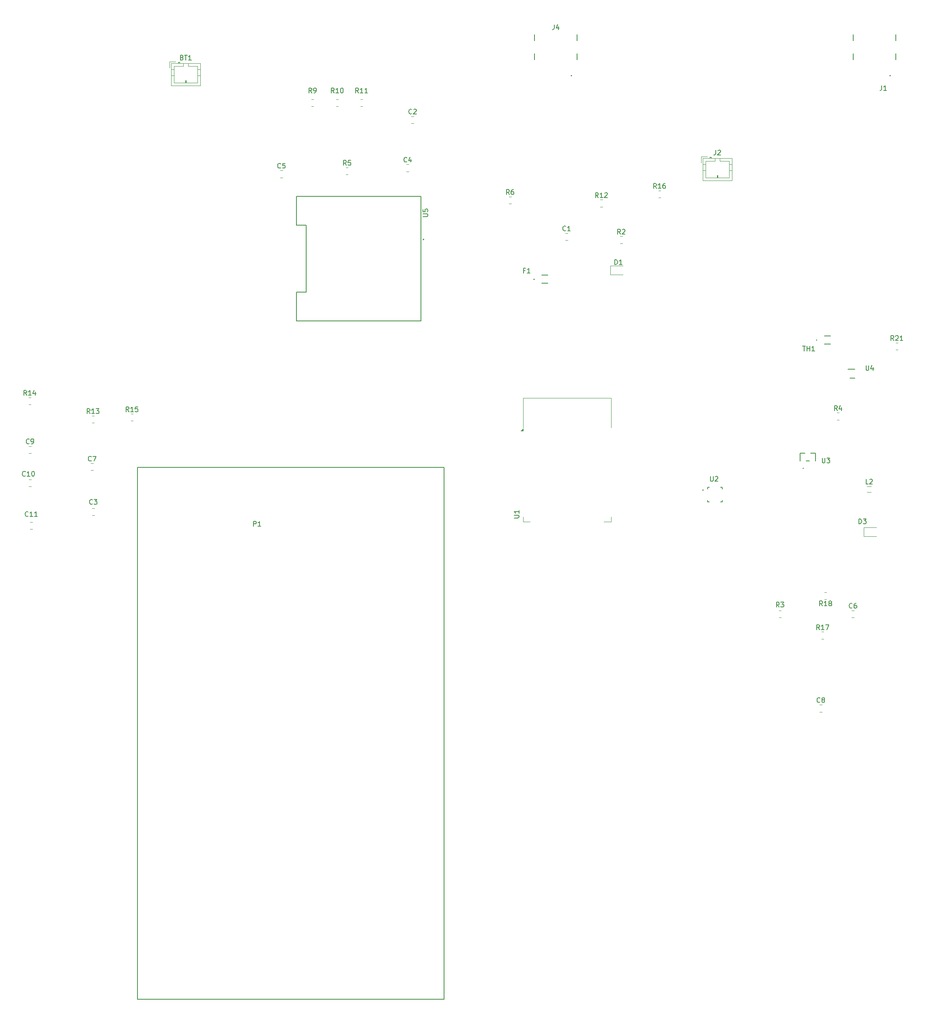
<source format=gbr>
%TF.GenerationSoftware,KiCad,Pcbnew,9.0.4*%
%TF.CreationDate,2025-11-06T21:19:11-08:00*%
%TF.ProjectId,SolarChargingStation,536f6c61-7243-4686-9172-67696e675374,rev?*%
%TF.SameCoordinates,Original*%
%TF.FileFunction,Legend,Top*%
%TF.FilePolarity,Positive*%
%FSLAX46Y46*%
G04 Gerber Fmt 4.6, Leading zero omitted, Abs format (unit mm)*
G04 Created by KiCad (PCBNEW 9.0.4) date 2025-11-06 21:19:11*
%MOMM*%
%LPD*%
G01*
G04 APERTURE LIST*
%ADD10C,0.150000*%
%ADD11C,0.152400*%
%ADD12C,0.127000*%
%ADD13C,0.200000*%
%ADD14C,0.120000*%
%ADD15C,0.160000*%
G04 APERTURE END LIST*
D10*
X174460819Y-50164904D02*
X175270342Y-50164904D01*
X175270342Y-50164904D02*
X175365580Y-50117285D01*
X175365580Y-50117285D02*
X175413200Y-50069666D01*
X175413200Y-50069666D02*
X175460819Y-49974428D01*
X175460819Y-49974428D02*
X175460819Y-49783952D01*
X175460819Y-49783952D02*
X175413200Y-49688714D01*
X175413200Y-49688714D02*
X175365580Y-49641095D01*
X175365580Y-49641095D02*
X175270342Y-49593476D01*
X175270342Y-49593476D02*
X174460819Y-49593476D01*
X174460819Y-48641095D02*
X174460819Y-49117285D01*
X174460819Y-49117285D02*
X174937009Y-49164904D01*
X174937009Y-49164904D02*
X174889390Y-49117285D01*
X174889390Y-49117285D02*
X174841771Y-49022047D01*
X174841771Y-49022047D02*
X174841771Y-48783952D01*
X174841771Y-48783952D02*
X174889390Y-48688714D01*
X174889390Y-48688714D02*
X174937009Y-48641095D01*
X174937009Y-48641095D02*
X175032247Y-48593476D01*
X175032247Y-48593476D02*
X175270342Y-48593476D01*
X175270342Y-48593476D02*
X175365580Y-48641095D01*
X175365580Y-48641095D02*
X175413200Y-48688714D01*
X175413200Y-48688714D02*
X175460819Y-48783952D01*
X175460819Y-48783952D02*
X175460819Y-49022047D01*
X175460819Y-49022047D02*
X175413200Y-49117285D01*
X175413200Y-49117285D02*
X175365580Y-49164904D01*
X92024642Y-112627580D02*
X91977023Y-112675200D01*
X91977023Y-112675200D02*
X91834166Y-112722819D01*
X91834166Y-112722819D02*
X91738928Y-112722819D01*
X91738928Y-112722819D02*
X91596071Y-112675200D01*
X91596071Y-112675200D02*
X91500833Y-112579961D01*
X91500833Y-112579961D02*
X91453214Y-112484723D01*
X91453214Y-112484723D02*
X91405595Y-112294247D01*
X91405595Y-112294247D02*
X91405595Y-112151390D01*
X91405595Y-112151390D02*
X91453214Y-111960914D01*
X91453214Y-111960914D02*
X91500833Y-111865676D01*
X91500833Y-111865676D02*
X91596071Y-111770438D01*
X91596071Y-111770438D02*
X91738928Y-111722819D01*
X91738928Y-111722819D02*
X91834166Y-111722819D01*
X91834166Y-111722819D02*
X91977023Y-111770438D01*
X91977023Y-111770438D02*
X92024642Y-111818057D01*
X92977023Y-112722819D02*
X92405595Y-112722819D01*
X92691309Y-112722819D02*
X92691309Y-111722819D01*
X92691309Y-111722819D02*
X92596071Y-111865676D01*
X92596071Y-111865676D02*
X92500833Y-111960914D01*
X92500833Y-111960914D02*
X92405595Y-112008533D01*
X93929404Y-112722819D02*
X93357976Y-112722819D01*
X93643690Y-112722819D02*
X93643690Y-111722819D01*
X93643690Y-111722819D02*
X93548452Y-111865676D01*
X93548452Y-111865676D02*
X93453214Y-111960914D01*
X93453214Y-111960914D02*
X93357976Y-112008533D01*
X158432833Y-39444819D02*
X158099500Y-38968628D01*
X157861405Y-39444819D02*
X157861405Y-38444819D01*
X157861405Y-38444819D02*
X158242357Y-38444819D01*
X158242357Y-38444819D02*
X158337595Y-38492438D01*
X158337595Y-38492438D02*
X158385214Y-38540057D01*
X158385214Y-38540057D02*
X158432833Y-38635295D01*
X158432833Y-38635295D02*
X158432833Y-38778152D01*
X158432833Y-38778152D02*
X158385214Y-38873390D01*
X158385214Y-38873390D02*
X158337595Y-38921009D01*
X158337595Y-38921009D02*
X158242357Y-38968628D01*
X158242357Y-38968628D02*
X157861405Y-38968628D01*
X159337595Y-38444819D02*
X158861405Y-38444819D01*
X158861405Y-38444819D02*
X158813786Y-38921009D01*
X158813786Y-38921009D02*
X158861405Y-38873390D01*
X158861405Y-38873390D02*
X158956643Y-38825771D01*
X158956643Y-38825771D02*
X159194738Y-38825771D01*
X159194738Y-38825771D02*
X159289976Y-38873390D01*
X159289976Y-38873390D02*
X159337595Y-38921009D01*
X159337595Y-38921009D02*
X159385214Y-39016247D01*
X159385214Y-39016247D02*
X159385214Y-39254342D01*
X159385214Y-39254342D02*
X159337595Y-39349580D01*
X159337595Y-39349580D02*
X159289976Y-39397200D01*
X159289976Y-39397200D02*
X159194738Y-39444819D01*
X159194738Y-39444819D02*
X158956643Y-39444819D01*
X158956643Y-39444819D02*
X158861405Y-39397200D01*
X158861405Y-39397200D02*
X158813786Y-39349580D01*
X264050333Y-131775580D02*
X264002714Y-131823200D01*
X264002714Y-131823200D02*
X263859857Y-131870819D01*
X263859857Y-131870819D02*
X263764619Y-131870819D01*
X263764619Y-131870819D02*
X263621762Y-131823200D01*
X263621762Y-131823200D02*
X263526524Y-131727961D01*
X263526524Y-131727961D02*
X263478905Y-131632723D01*
X263478905Y-131632723D02*
X263431286Y-131442247D01*
X263431286Y-131442247D02*
X263431286Y-131299390D01*
X263431286Y-131299390D02*
X263478905Y-131108914D01*
X263478905Y-131108914D02*
X263526524Y-131013676D01*
X263526524Y-131013676D02*
X263621762Y-130918438D01*
X263621762Y-130918438D02*
X263764619Y-130870819D01*
X263764619Y-130870819D02*
X263859857Y-130870819D01*
X263859857Y-130870819D02*
X264002714Y-130918438D01*
X264002714Y-130918438D02*
X264050333Y-130966057D01*
X264907476Y-130870819D02*
X264717000Y-130870819D01*
X264717000Y-130870819D02*
X264621762Y-130918438D01*
X264621762Y-130918438D02*
X264574143Y-130966057D01*
X264574143Y-130966057D02*
X264478905Y-131108914D01*
X264478905Y-131108914D02*
X264431286Y-131299390D01*
X264431286Y-131299390D02*
X264431286Y-131680342D01*
X264431286Y-131680342D02*
X264478905Y-131775580D01*
X264478905Y-131775580D02*
X264526524Y-131823200D01*
X264526524Y-131823200D02*
X264621762Y-131870819D01*
X264621762Y-131870819D02*
X264812238Y-131870819D01*
X264812238Y-131870819D02*
X264907476Y-131823200D01*
X264907476Y-131823200D02*
X264955095Y-131775580D01*
X264955095Y-131775580D02*
X265002714Y-131680342D01*
X265002714Y-131680342D02*
X265002714Y-131442247D01*
X265002714Y-131442247D02*
X264955095Y-131347009D01*
X264955095Y-131347009D02*
X264907476Y-131299390D01*
X264907476Y-131299390D02*
X264812238Y-131251771D01*
X264812238Y-131251771D02*
X264621762Y-131251771D01*
X264621762Y-131251771D02*
X264526524Y-131299390D01*
X264526524Y-131299390D02*
X264478905Y-131347009D01*
X264478905Y-131347009D02*
X264431286Y-131442247D01*
X91437142Y-104226830D02*
X91389523Y-104274450D01*
X91389523Y-104274450D02*
X91246666Y-104322069D01*
X91246666Y-104322069D02*
X91151428Y-104322069D01*
X91151428Y-104322069D02*
X91008571Y-104274450D01*
X91008571Y-104274450D02*
X90913333Y-104179211D01*
X90913333Y-104179211D02*
X90865714Y-104083973D01*
X90865714Y-104083973D02*
X90818095Y-103893497D01*
X90818095Y-103893497D02*
X90818095Y-103750640D01*
X90818095Y-103750640D02*
X90865714Y-103560164D01*
X90865714Y-103560164D02*
X90913333Y-103464926D01*
X90913333Y-103464926D02*
X91008571Y-103369688D01*
X91008571Y-103369688D02*
X91151428Y-103322069D01*
X91151428Y-103322069D02*
X91246666Y-103322069D01*
X91246666Y-103322069D02*
X91389523Y-103369688D01*
X91389523Y-103369688D02*
X91437142Y-103417307D01*
X92389523Y-104322069D02*
X91818095Y-104322069D01*
X92103809Y-104322069D02*
X92103809Y-103322069D01*
X92103809Y-103322069D02*
X92008571Y-103464926D01*
X92008571Y-103464926D02*
X91913333Y-103560164D01*
X91913333Y-103560164D02*
X91818095Y-103607783D01*
X93008571Y-103322069D02*
X93103809Y-103322069D01*
X93103809Y-103322069D02*
X93199047Y-103369688D01*
X93199047Y-103369688D02*
X93246666Y-103417307D01*
X93246666Y-103417307D02*
X93294285Y-103512545D01*
X93294285Y-103512545D02*
X93341904Y-103703021D01*
X93341904Y-103703021D02*
X93341904Y-103941116D01*
X93341904Y-103941116D02*
X93294285Y-104131592D01*
X93294285Y-104131592D02*
X93246666Y-104226830D01*
X93246666Y-104226830D02*
X93199047Y-104274450D01*
X93199047Y-104274450D02*
X93103809Y-104322069D01*
X93103809Y-104322069D02*
X93008571Y-104322069D01*
X93008571Y-104322069D02*
X92913333Y-104274450D01*
X92913333Y-104274450D02*
X92865714Y-104226830D01*
X92865714Y-104226830D02*
X92818095Y-104131592D01*
X92818095Y-104131592D02*
X92770476Y-103941116D01*
X92770476Y-103941116D02*
X92770476Y-103703021D01*
X92770476Y-103703021D02*
X92818095Y-103512545D01*
X92818095Y-103512545D02*
X92865714Y-103417307D01*
X92865714Y-103417307D02*
X92913333Y-103369688D01*
X92913333Y-103369688D02*
X93008571Y-103322069D01*
X265453905Y-114246819D02*
X265453905Y-113246819D01*
X265453905Y-113246819D02*
X265692000Y-113246819D01*
X265692000Y-113246819D02*
X265834857Y-113294438D01*
X265834857Y-113294438D02*
X265930095Y-113389676D01*
X265930095Y-113389676D02*
X265977714Y-113484914D01*
X265977714Y-113484914D02*
X266025333Y-113675390D01*
X266025333Y-113675390D02*
X266025333Y-113818247D01*
X266025333Y-113818247D02*
X265977714Y-114008723D01*
X265977714Y-114008723D02*
X265930095Y-114103961D01*
X265930095Y-114103961D02*
X265834857Y-114199200D01*
X265834857Y-114199200D02*
X265692000Y-114246819D01*
X265692000Y-114246819D02*
X265453905Y-114246819D01*
X266358667Y-113246819D02*
X266977714Y-113246819D01*
X266977714Y-113246819D02*
X266644381Y-113627771D01*
X266644381Y-113627771D02*
X266787238Y-113627771D01*
X266787238Y-113627771D02*
X266882476Y-113675390D01*
X266882476Y-113675390D02*
X266930095Y-113723009D01*
X266930095Y-113723009D02*
X266977714Y-113818247D01*
X266977714Y-113818247D02*
X266977714Y-114056342D01*
X266977714Y-114056342D02*
X266930095Y-114151580D01*
X266930095Y-114151580D02*
X266882476Y-114199200D01*
X266882476Y-114199200D02*
X266787238Y-114246819D01*
X266787238Y-114246819D02*
X266501524Y-114246819D01*
X266501524Y-114246819D02*
X266406286Y-114199200D01*
X266406286Y-114199200D02*
X266358667Y-114151580D01*
X124128285Y-16970009D02*
X124271142Y-17017628D01*
X124271142Y-17017628D02*
X124318761Y-17065247D01*
X124318761Y-17065247D02*
X124366380Y-17160485D01*
X124366380Y-17160485D02*
X124366380Y-17303342D01*
X124366380Y-17303342D02*
X124318761Y-17398580D01*
X124318761Y-17398580D02*
X124271142Y-17446200D01*
X124271142Y-17446200D02*
X124175904Y-17493819D01*
X124175904Y-17493819D02*
X123794952Y-17493819D01*
X123794952Y-17493819D02*
X123794952Y-16493819D01*
X123794952Y-16493819D02*
X124128285Y-16493819D01*
X124128285Y-16493819D02*
X124223523Y-16541438D01*
X124223523Y-16541438D02*
X124271142Y-16589057D01*
X124271142Y-16589057D02*
X124318761Y-16684295D01*
X124318761Y-16684295D02*
X124318761Y-16779533D01*
X124318761Y-16779533D02*
X124271142Y-16874771D01*
X124271142Y-16874771D02*
X124223523Y-16922390D01*
X124223523Y-16922390D02*
X124128285Y-16970009D01*
X124128285Y-16970009D02*
X123794952Y-16970009D01*
X124652095Y-16493819D02*
X125223523Y-16493819D01*
X124937809Y-17493819D02*
X124937809Y-16493819D01*
X126080666Y-17493819D02*
X125509238Y-17493819D01*
X125794952Y-17493819D02*
X125794952Y-16493819D01*
X125794952Y-16493819D02*
X125699714Y-16636676D01*
X125699714Y-16636676D02*
X125604476Y-16731914D01*
X125604476Y-16731914D02*
X125509238Y-16779533D01*
X270223666Y-22821819D02*
X270223666Y-23536104D01*
X270223666Y-23536104D02*
X270176047Y-23678961D01*
X270176047Y-23678961D02*
X270080809Y-23774200D01*
X270080809Y-23774200D02*
X269937952Y-23821819D01*
X269937952Y-23821819D02*
X269842714Y-23821819D01*
X271223666Y-23821819D02*
X270652238Y-23821819D01*
X270937952Y-23821819D02*
X270937952Y-22821819D01*
X270937952Y-22821819D02*
X270842714Y-22964676D01*
X270842714Y-22964676D02*
X270747476Y-23059914D01*
X270747476Y-23059914D02*
X270652238Y-23107533D01*
X235578666Y-36305819D02*
X235578666Y-37020104D01*
X235578666Y-37020104D02*
X235531047Y-37162961D01*
X235531047Y-37162961D02*
X235435809Y-37258200D01*
X235435809Y-37258200D02*
X235292952Y-37305819D01*
X235292952Y-37305819D02*
X235197714Y-37305819D01*
X236007238Y-36401057D02*
X236054857Y-36353438D01*
X236054857Y-36353438D02*
X236150095Y-36305819D01*
X236150095Y-36305819D02*
X236388190Y-36305819D01*
X236388190Y-36305819D02*
X236483428Y-36353438D01*
X236483428Y-36353438D02*
X236531047Y-36401057D01*
X236531047Y-36401057D02*
X236578666Y-36496295D01*
X236578666Y-36496295D02*
X236578666Y-36591533D01*
X236578666Y-36591533D02*
X236531047Y-36734390D01*
X236531047Y-36734390D02*
X235959619Y-37305819D01*
X235959619Y-37305819D02*
X236578666Y-37305819D01*
X172111333Y-28651580D02*
X172063714Y-28699200D01*
X172063714Y-28699200D02*
X171920857Y-28746819D01*
X171920857Y-28746819D02*
X171825619Y-28746819D01*
X171825619Y-28746819D02*
X171682762Y-28699200D01*
X171682762Y-28699200D02*
X171587524Y-28603961D01*
X171587524Y-28603961D02*
X171539905Y-28508723D01*
X171539905Y-28508723D02*
X171492286Y-28318247D01*
X171492286Y-28318247D02*
X171492286Y-28175390D01*
X171492286Y-28175390D02*
X171539905Y-27984914D01*
X171539905Y-27984914D02*
X171587524Y-27889676D01*
X171587524Y-27889676D02*
X171682762Y-27794438D01*
X171682762Y-27794438D02*
X171825619Y-27746819D01*
X171825619Y-27746819D02*
X171920857Y-27746819D01*
X171920857Y-27746819D02*
X172063714Y-27794438D01*
X172063714Y-27794438D02*
X172111333Y-27842057D01*
X172492286Y-27842057D02*
X172539905Y-27794438D01*
X172539905Y-27794438D02*
X172635143Y-27746819D01*
X172635143Y-27746819D02*
X172873238Y-27746819D01*
X172873238Y-27746819D02*
X172968476Y-27794438D01*
X172968476Y-27794438D02*
X173016095Y-27842057D01*
X173016095Y-27842057D02*
X173063714Y-27937295D01*
X173063714Y-27937295D02*
X173063714Y-28032533D01*
X173063714Y-28032533D02*
X173016095Y-28175390D01*
X173016095Y-28175390D02*
X172444667Y-28746819D01*
X172444667Y-28746819D02*
X173063714Y-28746819D01*
X171095333Y-38684580D02*
X171047714Y-38732200D01*
X171047714Y-38732200D02*
X170904857Y-38779819D01*
X170904857Y-38779819D02*
X170809619Y-38779819D01*
X170809619Y-38779819D02*
X170666762Y-38732200D01*
X170666762Y-38732200D02*
X170571524Y-38636961D01*
X170571524Y-38636961D02*
X170523905Y-38541723D01*
X170523905Y-38541723D02*
X170476286Y-38351247D01*
X170476286Y-38351247D02*
X170476286Y-38208390D01*
X170476286Y-38208390D02*
X170523905Y-38017914D01*
X170523905Y-38017914D02*
X170571524Y-37922676D01*
X170571524Y-37922676D02*
X170666762Y-37827438D01*
X170666762Y-37827438D02*
X170809619Y-37779819D01*
X170809619Y-37779819D02*
X170904857Y-37779819D01*
X170904857Y-37779819D02*
X171047714Y-37827438D01*
X171047714Y-37827438D02*
X171095333Y-37875057D01*
X171952476Y-38113152D02*
X171952476Y-38779819D01*
X171714381Y-37732200D02*
X171476286Y-38446485D01*
X171476286Y-38446485D02*
X172095333Y-38446485D01*
X257224142Y-136345819D02*
X256890809Y-135869628D01*
X256652714Y-136345819D02*
X256652714Y-135345819D01*
X256652714Y-135345819D02*
X257033666Y-135345819D01*
X257033666Y-135345819D02*
X257128904Y-135393438D01*
X257128904Y-135393438D02*
X257176523Y-135441057D01*
X257176523Y-135441057D02*
X257224142Y-135536295D01*
X257224142Y-135536295D02*
X257224142Y-135679152D01*
X257224142Y-135679152D02*
X257176523Y-135774390D01*
X257176523Y-135774390D02*
X257128904Y-135822009D01*
X257128904Y-135822009D02*
X257033666Y-135869628D01*
X257033666Y-135869628D02*
X256652714Y-135869628D01*
X258176523Y-136345819D02*
X257605095Y-136345819D01*
X257890809Y-136345819D02*
X257890809Y-135345819D01*
X257890809Y-135345819D02*
X257795571Y-135488676D01*
X257795571Y-135488676D02*
X257700333Y-135583914D01*
X257700333Y-135583914D02*
X257605095Y-135631533D01*
X258509857Y-135345819D02*
X259176523Y-135345819D01*
X259176523Y-135345819D02*
X258747952Y-136345819D01*
X260942831Y-90625819D02*
X260609498Y-90149628D01*
X260371403Y-90625819D02*
X260371403Y-89625819D01*
X260371403Y-89625819D02*
X260752355Y-89625819D01*
X260752355Y-89625819D02*
X260847593Y-89673438D01*
X260847593Y-89673438D02*
X260895212Y-89721057D01*
X260895212Y-89721057D02*
X260942831Y-89816295D01*
X260942831Y-89816295D02*
X260942831Y-89959152D01*
X260942831Y-89959152D02*
X260895212Y-90054390D01*
X260895212Y-90054390D02*
X260847593Y-90102009D01*
X260847593Y-90102009D02*
X260752355Y-90149628D01*
X260752355Y-90149628D02*
X260371403Y-90149628D01*
X261799974Y-89959152D02*
X261799974Y-90625819D01*
X261561879Y-89578200D02*
X261323784Y-90292485D01*
X261323784Y-90292485D02*
X261942831Y-90292485D01*
X257342833Y-151460580D02*
X257295214Y-151508200D01*
X257295214Y-151508200D02*
X257152357Y-151555819D01*
X257152357Y-151555819D02*
X257057119Y-151555819D01*
X257057119Y-151555819D02*
X256914262Y-151508200D01*
X256914262Y-151508200D02*
X256819024Y-151412961D01*
X256819024Y-151412961D02*
X256771405Y-151317723D01*
X256771405Y-151317723D02*
X256723786Y-151127247D01*
X256723786Y-151127247D02*
X256723786Y-150984390D01*
X256723786Y-150984390D02*
X256771405Y-150793914D01*
X256771405Y-150793914D02*
X256819024Y-150698676D01*
X256819024Y-150698676D02*
X256914262Y-150603438D01*
X256914262Y-150603438D02*
X257057119Y-150555819D01*
X257057119Y-150555819D02*
X257152357Y-150555819D01*
X257152357Y-150555819D02*
X257295214Y-150603438D01*
X257295214Y-150603438D02*
X257342833Y-150651057D01*
X257914262Y-150984390D02*
X257819024Y-150936771D01*
X257819024Y-150936771D02*
X257771405Y-150889152D01*
X257771405Y-150889152D02*
X257723786Y-150793914D01*
X257723786Y-150793914D02*
X257723786Y-150746295D01*
X257723786Y-150746295D02*
X257771405Y-150651057D01*
X257771405Y-150651057D02*
X257819024Y-150603438D01*
X257819024Y-150603438D02*
X257914262Y-150555819D01*
X257914262Y-150555819D02*
X258104738Y-150555819D01*
X258104738Y-150555819D02*
X258199976Y-150603438D01*
X258199976Y-150603438D02*
X258247595Y-150651057D01*
X258247595Y-150651057D02*
X258295214Y-150746295D01*
X258295214Y-150746295D02*
X258295214Y-150793914D01*
X258295214Y-150793914D02*
X258247595Y-150889152D01*
X258247595Y-150889152D02*
X258199976Y-150936771D01*
X258199976Y-150936771D02*
X258104738Y-150984390D01*
X258104738Y-150984390D02*
X257914262Y-150984390D01*
X257914262Y-150984390D02*
X257819024Y-151032009D01*
X257819024Y-151032009D02*
X257771405Y-151079628D01*
X257771405Y-151079628D02*
X257723786Y-151174866D01*
X257723786Y-151174866D02*
X257723786Y-151365342D01*
X257723786Y-151365342D02*
X257771405Y-151460580D01*
X257771405Y-151460580D02*
X257819024Y-151508200D01*
X257819024Y-151508200D02*
X257914262Y-151555819D01*
X257914262Y-151555819D02*
X258104738Y-151555819D01*
X258104738Y-151555819D02*
X258199976Y-151508200D01*
X258199976Y-151508200D02*
X258247595Y-151460580D01*
X258247595Y-151460580D02*
X258295214Y-151365342D01*
X258295214Y-151365342D02*
X258295214Y-151174866D01*
X258295214Y-151174866D02*
X258247595Y-151079628D01*
X258247595Y-151079628D02*
X258199976Y-151032009D01*
X258199976Y-151032009D02*
X258104738Y-150984390D01*
D11*
X139073905Y-114754694D02*
X139073905Y-113754694D01*
X139073905Y-113754694D02*
X139454857Y-113754694D01*
X139454857Y-113754694D02*
X139550095Y-113802313D01*
X139550095Y-113802313D02*
X139597714Y-113849932D01*
X139597714Y-113849932D02*
X139645333Y-113945170D01*
X139645333Y-113945170D02*
X139645333Y-114088027D01*
X139645333Y-114088027D02*
X139597714Y-114183265D01*
X139597714Y-114183265D02*
X139550095Y-114230884D01*
X139550095Y-114230884D02*
X139454857Y-114278503D01*
X139454857Y-114278503D02*
X139073905Y-114278503D01*
X140597714Y-114754694D02*
X140026286Y-114754694D01*
X140312000Y-114754694D02*
X140312000Y-113754694D01*
X140312000Y-113754694D02*
X140216762Y-113897551D01*
X140216762Y-113897551D02*
X140121524Y-113992789D01*
X140121524Y-113992789D02*
X140026286Y-114040408D01*
D10*
X215695333Y-53795819D02*
X215362000Y-53319628D01*
X215123905Y-53795819D02*
X215123905Y-52795819D01*
X215123905Y-52795819D02*
X215504857Y-52795819D01*
X215504857Y-52795819D02*
X215600095Y-52843438D01*
X215600095Y-52843438D02*
X215647714Y-52891057D01*
X215647714Y-52891057D02*
X215695333Y-52986295D01*
X215695333Y-52986295D02*
X215695333Y-53129152D01*
X215695333Y-53129152D02*
X215647714Y-53224390D01*
X215647714Y-53224390D02*
X215600095Y-53272009D01*
X215600095Y-53272009D02*
X215504857Y-53319628D01*
X215504857Y-53319628D02*
X215123905Y-53319628D01*
X216076286Y-52891057D02*
X216123905Y-52843438D01*
X216123905Y-52843438D02*
X216219143Y-52795819D01*
X216219143Y-52795819D02*
X216457238Y-52795819D01*
X216457238Y-52795819D02*
X216552476Y-52843438D01*
X216552476Y-52843438D02*
X216600095Y-52891057D01*
X216600095Y-52891057D02*
X216647714Y-52986295D01*
X216647714Y-52986295D02*
X216647714Y-53081533D01*
X216647714Y-53081533D02*
X216600095Y-53224390D01*
X216600095Y-53224390D02*
X216028667Y-53795819D01*
X216028667Y-53795819D02*
X216647714Y-53795819D01*
X195754666Y-61399009D02*
X195421333Y-61399009D01*
X195421333Y-61922819D02*
X195421333Y-60922819D01*
X195421333Y-60922819D02*
X195897523Y-60922819D01*
X196802285Y-61922819D02*
X196230857Y-61922819D01*
X196516571Y-61922819D02*
X196516571Y-60922819D01*
X196516571Y-60922819D02*
X196421333Y-61065676D01*
X196421333Y-61065676D02*
X196326095Y-61160914D01*
X196326095Y-61160914D02*
X196230857Y-61208533D01*
X201850666Y-10122819D02*
X201850666Y-10837104D01*
X201850666Y-10837104D02*
X201803047Y-10979961D01*
X201803047Y-10979961D02*
X201707809Y-11075200D01*
X201707809Y-11075200D02*
X201564952Y-11122819D01*
X201564952Y-11122819D02*
X201469714Y-11122819D01*
X202755428Y-10456152D02*
X202755428Y-11122819D01*
X202517333Y-10075200D02*
X202279238Y-10789485D01*
X202279238Y-10789485D02*
X202898285Y-10789485D01*
X192477833Y-45540819D02*
X192144500Y-45064628D01*
X191906405Y-45540819D02*
X191906405Y-44540819D01*
X191906405Y-44540819D02*
X192287357Y-44540819D01*
X192287357Y-44540819D02*
X192382595Y-44588438D01*
X192382595Y-44588438D02*
X192430214Y-44636057D01*
X192430214Y-44636057D02*
X192477833Y-44731295D01*
X192477833Y-44731295D02*
X192477833Y-44874152D01*
X192477833Y-44874152D02*
X192430214Y-44969390D01*
X192430214Y-44969390D02*
X192382595Y-45017009D01*
X192382595Y-45017009D02*
X192287357Y-45064628D01*
X192287357Y-45064628D02*
X191906405Y-45064628D01*
X193334976Y-44540819D02*
X193144500Y-44540819D01*
X193144500Y-44540819D02*
X193049262Y-44588438D01*
X193049262Y-44588438D02*
X193001643Y-44636057D01*
X193001643Y-44636057D02*
X192906405Y-44778914D01*
X192906405Y-44778914D02*
X192858786Y-44969390D01*
X192858786Y-44969390D02*
X192858786Y-45350342D01*
X192858786Y-45350342D02*
X192906405Y-45445580D01*
X192906405Y-45445580D02*
X192954024Y-45493200D01*
X192954024Y-45493200D02*
X193049262Y-45540819D01*
X193049262Y-45540819D02*
X193239738Y-45540819D01*
X193239738Y-45540819D02*
X193334976Y-45493200D01*
X193334976Y-45493200D02*
X193382595Y-45445580D01*
X193382595Y-45445580D02*
X193430214Y-45350342D01*
X193430214Y-45350342D02*
X193430214Y-45112247D01*
X193430214Y-45112247D02*
X193382595Y-45017009D01*
X193382595Y-45017009D02*
X193334976Y-44969390D01*
X193334976Y-44969390D02*
X193239738Y-44921771D01*
X193239738Y-44921771D02*
X193049262Y-44921771D01*
X193049262Y-44921771D02*
X192954024Y-44969390D01*
X192954024Y-44969390D02*
X192906405Y-45017009D01*
X192906405Y-45017009D02*
X192858786Y-45112247D01*
X113045642Y-90868069D02*
X112712309Y-90391878D01*
X112474214Y-90868069D02*
X112474214Y-89868069D01*
X112474214Y-89868069D02*
X112855166Y-89868069D01*
X112855166Y-89868069D02*
X112950404Y-89915688D01*
X112950404Y-89915688D02*
X112998023Y-89963307D01*
X112998023Y-89963307D02*
X113045642Y-90058545D01*
X113045642Y-90058545D02*
X113045642Y-90201402D01*
X113045642Y-90201402D02*
X112998023Y-90296640D01*
X112998023Y-90296640D02*
X112950404Y-90344259D01*
X112950404Y-90344259D02*
X112855166Y-90391878D01*
X112855166Y-90391878D02*
X112474214Y-90391878D01*
X113998023Y-90868069D02*
X113426595Y-90868069D01*
X113712309Y-90868069D02*
X113712309Y-89868069D01*
X113712309Y-89868069D02*
X113617071Y-90010926D01*
X113617071Y-90010926D02*
X113521833Y-90106164D01*
X113521833Y-90106164D02*
X113426595Y-90153783D01*
X114902785Y-89868069D02*
X114426595Y-89868069D01*
X114426595Y-89868069D02*
X114378976Y-90344259D01*
X114378976Y-90344259D02*
X114426595Y-90296640D01*
X114426595Y-90296640D02*
X114521833Y-90249021D01*
X114521833Y-90249021D02*
X114759928Y-90249021D01*
X114759928Y-90249021D02*
X114855166Y-90296640D01*
X114855166Y-90296640D02*
X114902785Y-90344259D01*
X114902785Y-90344259D02*
X114950404Y-90439497D01*
X114950404Y-90439497D02*
X114950404Y-90677592D01*
X114950404Y-90677592D02*
X114902785Y-90772830D01*
X114902785Y-90772830D02*
X114855166Y-90820450D01*
X114855166Y-90820450D02*
X114759928Y-90868069D01*
X114759928Y-90868069D02*
X114521833Y-90868069D01*
X114521833Y-90868069D02*
X114426595Y-90820450D01*
X114426595Y-90820450D02*
X114378976Y-90772830D01*
X214488905Y-60145819D02*
X214488905Y-59145819D01*
X214488905Y-59145819D02*
X214727000Y-59145819D01*
X214727000Y-59145819D02*
X214869857Y-59193438D01*
X214869857Y-59193438D02*
X214965095Y-59288676D01*
X214965095Y-59288676D02*
X215012714Y-59383914D01*
X215012714Y-59383914D02*
X215060333Y-59574390D01*
X215060333Y-59574390D02*
X215060333Y-59717247D01*
X215060333Y-59717247D02*
X215012714Y-59907723D01*
X215012714Y-59907723D02*
X214965095Y-60002961D01*
X214965095Y-60002961D02*
X214869857Y-60098200D01*
X214869857Y-60098200D02*
X214727000Y-60145819D01*
X214727000Y-60145819D02*
X214488905Y-60145819D01*
X216012714Y-60145819D02*
X215441286Y-60145819D01*
X215727000Y-60145819D02*
X215727000Y-59145819D01*
X215727000Y-59145819D02*
X215631762Y-59288676D01*
X215631762Y-59288676D02*
X215536524Y-59383914D01*
X215536524Y-59383914D02*
X215441286Y-59431533D01*
X151217333Y-24330819D02*
X150884000Y-23854628D01*
X150645905Y-24330819D02*
X150645905Y-23330819D01*
X150645905Y-23330819D02*
X151026857Y-23330819D01*
X151026857Y-23330819D02*
X151122095Y-23378438D01*
X151122095Y-23378438D02*
X151169714Y-23426057D01*
X151169714Y-23426057D02*
X151217333Y-23521295D01*
X151217333Y-23521295D02*
X151217333Y-23664152D01*
X151217333Y-23664152D02*
X151169714Y-23759390D01*
X151169714Y-23759390D02*
X151122095Y-23807009D01*
X151122095Y-23807009D02*
X151026857Y-23854628D01*
X151026857Y-23854628D02*
X150645905Y-23854628D01*
X151693524Y-24330819D02*
X151884000Y-24330819D01*
X151884000Y-24330819D02*
X151979238Y-24283200D01*
X151979238Y-24283200D02*
X152026857Y-24235580D01*
X152026857Y-24235580D02*
X152122095Y-24092723D01*
X152122095Y-24092723D02*
X152169714Y-23902247D01*
X152169714Y-23902247D02*
X152169714Y-23521295D01*
X152169714Y-23521295D02*
X152122095Y-23426057D01*
X152122095Y-23426057D02*
X152074476Y-23378438D01*
X152074476Y-23378438D02*
X151979238Y-23330819D01*
X151979238Y-23330819D02*
X151788762Y-23330819D01*
X151788762Y-23330819D02*
X151693524Y-23378438D01*
X151693524Y-23378438D02*
X151645905Y-23426057D01*
X151645905Y-23426057D02*
X151598286Y-23521295D01*
X151598286Y-23521295D02*
X151598286Y-23759390D01*
X151598286Y-23759390D02*
X151645905Y-23854628D01*
X151645905Y-23854628D02*
X151693524Y-23902247D01*
X151693524Y-23902247D02*
X151788762Y-23949866D01*
X151788762Y-23949866D02*
X151979238Y-23949866D01*
X151979238Y-23949866D02*
X152074476Y-23902247D01*
X152074476Y-23902247D02*
X152122095Y-23854628D01*
X152122095Y-23854628D02*
X152169714Y-23759390D01*
X234465095Y-104380819D02*
X234465095Y-105190342D01*
X234465095Y-105190342D02*
X234512714Y-105285580D01*
X234512714Y-105285580D02*
X234560333Y-105333200D01*
X234560333Y-105333200D02*
X234655571Y-105380819D01*
X234655571Y-105380819D02*
X234846047Y-105380819D01*
X234846047Y-105380819D02*
X234941285Y-105333200D01*
X234941285Y-105333200D02*
X234988904Y-105285580D01*
X234988904Y-105285580D02*
X235036523Y-105190342D01*
X235036523Y-105190342D02*
X235036523Y-104380819D01*
X235465095Y-104476057D02*
X235512714Y-104428438D01*
X235512714Y-104428438D02*
X235607952Y-104380819D01*
X235607952Y-104380819D02*
X235846047Y-104380819D01*
X235846047Y-104380819D02*
X235941285Y-104428438D01*
X235941285Y-104428438D02*
X235988904Y-104476057D01*
X235988904Y-104476057D02*
X236036523Y-104571295D01*
X236036523Y-104571295D02*
X236036523Y-104666533D01*
X236036523Y-104666533D02*
X235988904Y-104809390D01*
X235988904Y-104809390D02*
X235417476Y-105380819D01*
X235417476Y-105380819D02*
X236036523Y-105380819D01*
X248810333Y-131645819D02*
X248477000Y-131169628D01*
X248238905Y-131645819D02*
X248238905Y-130645819D01*
X248238905Y-130645819D02*
X248619857Y-130645819D01*
X248619857Y-130645819D02*
X248715095Y-130693438D01*
X248715095Y-130693438D02*
X248762714Y-130741057D01*
X248762714Y-130741057D02*
X248810333Y-130836295D01*
X248810333Y-130836295D02*
X248810333Y-130979152D01*
X248810333Y-130979152D02*
X248762714Y-131074390D01*
X248762714Y-131074390D02*
X248715095Y-131122009D01*
X248715095Y-131122009D02*
X248619857Y-131169628D01*
X248619857Y-131169628D02*
X248238905Y-131169628D01*
X249143667Y-130645819D02*
X249762714Y-130645819D01*
X249762714Y-130645819D02*
X249429381Y-131026771D01*
X249429381Y-131026771D02*
X249572238Y-131026771D01*
X249572238Y-131026771D02*
X249667476Y-131074390D01*
X249667476Y-131074390D02*
X249715095Y-131122009D01*
X249715095Y-131122009D02*
X249762714Y-131217247D01*
X249762714Y-131217247D02*
X249762714Y-131455342D01*
X249762714Y-131455342D02*
X249715095Y-131550580D01*
X249715095Y-131550580D02*
X249667476Y-131598200D01*
X249667476Y-131598200D02*
X249572238Y-131645819D01*
X249572238Y-131645819D02*
X249286524Y-131645819D01*
X249286524Y-131645819D02*
X249191286Y-131598200D01*
X249191286Y-131598200D02*
X249143667Y-131550580D01*
X91709642Y-87432069D02*
X91376309Y-86955878D01*
X91138214Y-87432069D02*
X91138214Y-86432069D01*
X91138214Y-86432069D02*
X91519166Y-86432069D01*
X91519166Y-86432069D02*
X91614404Y-86479688D01*
X91614404Y-86479688D02*
X91662023Y-86527307D01*
X91662023Y-86527307D02*
X91709642Y-86622545D01*
X91709642Y-86622545D02*
X91709642Y-86765402D01*
X91709642Y-86765402D02*
X91662023Y-86860640D01*
X91662023Y-86860640D02*
X91614404Y-86908259D01*
X91614404Y-86908259D02*
X91519166Y-86955878D01*
X91519166Y-86955878D02*
X91138214Y-86955878D01*
X92662023Y-87432069D02*
X92090595Y-87432069D01*
X92376309Y-87432069D02*
X92376309Y-86432069D01*
X92376309Y-86432069D02*
X92281071Y-86574926D01*
X92281071Y-86574926D02*
X92185833Y-86670164D01*
X92185833Y-86670164D02*
X92090595Y-86717783D01*
X93519166Y-86765402D02*
X93519166Y-87432069D01*
X93281071Y-86384450D02*
X93042976Y-87098735D01*
X93042976Y-87098735D02*
X93662023Y-87098735D01*
X160981642Y-24330819D02*
X160648309Y-23854628D01*
X160410214Y-24330819D02*
X160410214Y-23330819D01*
X160410214Y-23330819D02*
X160791166Y-23330819D01*
X160791166Y-23330819D02*
X160886404Y-23378438D01*
X160886404Y-23378438D02*
X160934023Y-23426057D01*
X160934023Y-23426057D02*
X160981642Y-23521295D01*
X160981642Y-23521295D02*
X160981642Y-23664152D01*
X160981642Y-23664152D02*
X160934023Y-23759390D01*
X160934023Y-23759390D02*
X160886404Y-23807009D01*
X160886404Y-23807009D02*
X160791166Y-23854628D01*
X160791166Y-23854628D02*
X160410214Y-23854628D01*
X161934023Y-24330819D02*
X161362595Y-24330819D01*
X161648309Y-24330819D02*
X161648309Y-23330819D01*
X161648309Y-23330819D02*
X161553071Y-23473676D01*
X161553071Y-23473676D02*
X161457833Y-23568914D01*
X161457833Y-23568914D02*
X161362595Y-23616533D01*
X162886404Y-24330819D02*
X162314976Y-24330819D01*
X162600690Y-24330819D02*
X162600690Y-23330819D01*
X162600690Y-23330819D02*
X162505452Y-23473676D01*
X162505452Y-23473676D02*
X162410214Y-23568914D01*
X162410214Y-23568914D02*
X162314976Y-23616533D01*
X267432833Y-105965819D02*
X266956643Y-105965819D01*
X266956643Y-105965819D02*
X266956643Y-104965819D01*
X267718548Y-105061057D02*
X267766167Y-105013438D01*
X267766167Y-105013438D02*
X267861405Y-104965819D01*
X267861405Y-104965819D02*
X268099500Y-104965819D01*
X268099500Y-104965819D02*
X268194738Y-105013438D01*
X268194738Y-105013438D02*
X268242357Y-105061057D01*
X268242357Y-105061057D02*
X268289976Y-105156295D01*
X268289976Y-105156295D02*
X268289976Y-105251533D01*
X268289976Y-105251533D02*
X268242357Y-105394390D01*
X268242357Y-105394390D02*
X267670929Y-105965819D01*
X267670929Y-105965819D02*
X268289976Y-105965819D01*
X105209083Y-101073330D02*
X105161464Y-101120950D01*
X105161464Y-101120950D02*
X105018607Y-101168569D01*
X105018607Y-101168569D02*
X104923369Y-101168569D01*
X104923369Y-101168569D02*
X104780512Y-101120950D01*
X104780512Y-101120950D02*
X104685274Y-101025711D01*
X104685274Y-101025711D02*
X104637655Y-100930473D01*
X104637655Y-100930473D02*
X104590036Y-100739997D01*
X104590036Y-100739997D02*
X104590036Y-100597140D01*
X104590036Y-100597140D02*
X104637655Y-100406664D01*
X104637655Y-100406664D02*
X104685274Y-100311426D01*
X104685274Y-100311426D02*
X104780512Y-100216188D01*
X104780512Y-100216188D02*
X104923369Y-100168569D01*
X104923369Y-100168569D02*
X105018607Y-100168569D01*
X105018607Y-100168569D02*
X105161464Y-100216188D01*
X105161464Y-100216188D02*
X105209083Y-100263807D01*
X105542417Y-100168569D02*
X106209083Y-100168569D01*
X106209083Y-100168569D02*
X105780512Y-101168569D01*
X266954095Y-81242819D02*
X266954095Y-82052342D01*
X266954095Y-82052342D02*
X267001714Y-82147580D01*
X267001714Y-82147580D02*
X267049333Y-82195200D01*
X267049333Y-82195200D02*
X267144571Y-82242819D01*
X267144571Y-82242819D02*
X267335047Y-82242819D01*
X267335047Y-82242819D02*
X267430285Y-82195200D01*
X267430285Y-82195200D02*
X267477904Y-82147580D01*
X267477904Y-82147580D02*
X267525523Y-82052342D01*
X267525523Y-82052342D02*
X267525523Y-81242819D01*
X268430285Y-81576152D02*
X268430285Y-82242819D01*
X268192190Y-81195200D02*
X267954095Y-81909485D01*
X267954095Y-81909485D02*
X268573142Y-81909485D01*
X253730286Y-77178819D02*
X254301714Y-77178819D01*
X254016000Y-78178819D02*
X254016000Y-77178819D01*
X254635048Y-78178819D02*
X254635048Y-77178819D01*
X254635048Y-77655009D02*
X255206476Y-77655009D01*
X255206476Y-78178819D02*
X255206476Y-77178819D01*
X256206476Y-78178819D02*
X255635048Y-78178819D01*
X255920762Y-78178819D02*
X255920762Y-77178819D01*
X255920762Y-77178819D02*
X255825524Y-77321676D01*
X255825524Y-77321676D02*
X255730286Y-77416914D01*
X255730286Y-77416914D02*
X255635048Y-77464533D01*
X223196642Y-44270819D02*
X222863309Y-43794628D01*
X222625214Y-44270819D02*
X222625214Y-43270819D01*
X222625214Y-43270819D02*
X223006166Y-43270819D01*
X223006166Y-43270819D02*
X223101404Y-43318438D01*
X223101404Y-43318438D02*
X223149023Y-43366057D01*
X223149023Y-43366057D02*
X223196642Y-43461295D01*
X223196642Y-43461295D02*
X223196642Y-43604152D01*
X223196642Y-43604152D02*
X223149023Y-43699390D01*
X223149023Y-43699390D02*
X223101404Y-43747009D01*
X223101404Y-43747009D02*
X223006166Y-43794628D01*
X223006166Y-43794628D02*
X222625214Y-43794628D01*
X224149023Y-44270819D02*
X223577595Y-44270819D01*
X223863309Y-44270819D02*
X223863309Y-43270819D01*
X223863309Y-43270819D02*
X223768071Y-43413676D01*
X223768071Y-43413676D02*
X223672833Y-43508914D01*
X223672833Y-43508914D02*
X223577595Y-43556533D01*
X225006166Y-43270819D02*
X224815690Y-43270819D01*
X224815690Y-43270819D02*
X224720452Y-43318438D01*
X224720452Y-43318438D02*
X224672833Y-43366057D01*
X224672833Y-43366057D02*
X224577595Y-43508914D01*
X224577595Y-43508914D02*
X224529976Y-43699390D01*
X224529976Y-43699390D02*
X224529976Y-44080342D01*
X224529976Y-44080342D02*
X224577595Y-44175580D01*
X224577595Y-44175580D02*
X224625214Y-44223200D01*
X224625214Y-44223200D02*
X224720452Y-44270819D01*
X224720452Y-44270819D02*
X224910928Y-44270819D01*
X224910928Y-44270819D02*
X225006166Y-44223200D01*
X225006166Y-44223200D02*
X225053785Y-44175580D01*
X225053785Y-44175580D02*
X225101404Y-44080342D01*
X225101404Y-44080342D02*
X225101404Y-43842247D01*
X225101404Y-43842247D02*
X225053785Y-43747009D01*
X225053785Y-43747009D02*
X225006166Y-43699390D01*
X225006166Y-43699390D02*
X224910928Y-43651771D01*
X224910928Y-43651771D02*
X224720452Y-43651771D01*
X224720452Y-43651771D02*
X224625214Y-43699390D01*
X224625214Y-43699390D02*
X224577595Y-43747009D01*
X224577595Y-43747009D02*
X224529976Y-43842247D01*
X257859142Y-131390819D02*
X257525809Y-130914628D01*
X257287714Y-131390819D02*
X257287714Y-130390819D01*
X257287714Y-130390819D02*
X257668666Y-130390819D01*
X257668666Y-130390819D02*
X257763904Y-130438438D01*
X257763904Y-130438438D02*
X257811523Y-130486057D01*
X257811523Y-130486057D02*
X257859142Y-130581295D01*
X257859142Y-130581295D02*
X257859142Y-130724152D01*
X257859142Y-130724152D02*
X257811523Y-130819390D01*
X257811523Y-130819390D02*
X257763904Y-130867009D01*
X257763904Y-130867009D02*
X257668666Y-130914628D01*
X257668666Y-130914628D02*
X257287714Y-130914628D01*
X258811523Y-131390819D02*
X258240095Y-131390819D01*
X258525809Y-131390819D02*
X258525809Y-130390819D01*
X258525809Y-130390819D02*
X258430571Y-130533676D01*
X258430571Y-130533676D02*
X258335333Y-130628914D01*
X258335333Y-130628914D02*
X258240095Y-130676533D01*
X259382952Y-130819390D02*
X259287714Y-130771771D01*
X259287714Y-130771771D02*
X259240095Y-130724152D01*
X259240095Y-130724152D02*
X259192476Y-130628914D01*
X259192476Y-130628914D02*
X259192476Y-130581295D01*
X259192476Y-130581295D02*
X259240095Y-130486057D01*
X259240095Y-130486057D02*
X259287714Y-130438438D01*
X259287714Y-130438438D02*
X259382952Y-130390819D01*
X259382952Y-130390819D02*
X259573428Y-130390819D01*
X259573428Y-130390819D02*
X259668666Y-130438438D01*
X259668666Y-130438438D02*
X259716285Y-130486057D01*
X259716285Y-130486057D02*
X259763904Y-130581295D01*
X259763904Y-130581295D02*
X259763904Y-130628914D01*
X259763904Y-130628914D02*
X259716285Y-130724152D01*
X259716285Y-130724152D02*
X259668666Y-130771771D01*
X259668666Y-130771771D02*
X259573428Y-130819390D01*
X259573428Y-130819390D02*
X259382952Y-130819390D01*
X259382952Y-130819390D02*
X259287714Y-130867009D01*
X259287714Y-130867009D02*
X259240095Y-130914628D01*
X259240095Y-130914628D02*
X259192476Y-131009866D01*
X259192476Y-131009866D02*
X259192476Y-131200342D01*
X259192476Y-131200342D02*
X259240095Y-131295580D01*
X259240095Y-131295580D02*
X259287714Y-131343200D01*
X259287714Y-131343200D02*
X259382952Y-131390819D01*
X259382952Y-131390819D02*
X259573428Y-131390819D01*
X259573428Y-131390819D02*
X259668666Y-131343200D01*
X259668666Y-131343200D02*
X259716285Y-131295580D01*
X259716285Y-131295580D02*
X259763904Y-131200342D01*
X259763904Y-131200342D02*
X259763904Y-131009866D01*
X259763904Y-131009866D02*
X259716285Y-130914628D01*
X259716285Y-130914628D02*
X259668666Y-130867009D01*
X259668666Y-130867009D02*
X259573428Y-130819390D01*
X104917642Y-91260819D02*
X104584309Y-90784628D01*
X104346214Y-91260819D02*
X104346214Y-90260819D01*
X104346214Y-90260819D02*
X104727166Y-90260819D01*
X104727166Y-90260819D02*
X104822404Y-90308438D01*
X104822404Y-90308438D02*
X104870023Y-90356057D01*
X104870023Y-90356057D02*
X104917642Y-90451295D01*
X104917642Y-90451295D02*
X104917642Y-90594152D01*
X104917642Y-90594152D02*
X104870023Y-90689390D01*
X104870023Y-90689390D02*
X104822404Y-90737009D01*
X104822404Y-90737009D02*
X104727166Y-90784628D01*
X104727166Y-90784628D02*
X104346214Y-90784628D01*
X105870023Y-91260819D02*
X105298595Y-91260819D01*
X105584309Y-91260819D02*
X105584309Y-90260819D01*
X105584309Y-90260819D02*
X105489071Y-90403676D01*
X105489071Y-90403676D02*
X105393833Y-90498914D01*
X105393833Y-90498914D02*
X105298595Y-90546533D01*
X106203357Y-90260819D02*
X106822404Y-90260819D01*
X106822404Y-90260819D02*
X106489071Y-90641771D01*
X106489071Y-90641771D02*
X106631928Y-90641771D01*
X106631928Y-90641771D02*
X106727166Y-90689390D01*
X106727166Y-90689390D02*
X106774785Y-90737009D01*
X106774785Y-90737009D02*
X106822404Y-90832247D01*
X106822404Y-90832247D02*
X106822404Y-91070342D01*
X106822404Y-91070342D02*
X106774785Y-91165580D01*
X106774785Y-91165580D02*
X106727166Y-91213200D01*
X106727166Y-91213200D02*
X106631928Y-91260819D01*
X106631928Y-91260819D02*
X106346214Y-91260819D01*
X106346214Y-91260819D02*
X106250976Y-91213200D01*
X106250976Y-91213200D02*
X106203357Y-91165580D01*
X211051642Y-46175819D02*
X210718309Y-45699628D01*
X210480214Y-46175819D02*
X210480214Y-45175819D01*
X210480214Y-45175819D02*
X210861166Y-45175819D01*
X210861166Y-45175819D02*
X210956404Y-45223438D01*
X210956404Y-45223438D02*
X211004023Y-45271057D01*
X211004023Y-45271057D02*
X211051642Y-45366295D01*
X211051642Y-45366295D02*
X211051642Y-45509152D01*
X211051642Y-45509152D02*
X211004023Y-45604390D01*
X211004023Y-45604390D02*
X210956404Y-45652009D01*
X210956404Y-45652009D02*
X210861166Y-45699628D01*
X210861166Y-45699628D02*
X210480214Y-45699628D01*
X212004023Y-46175819D02*
X211432595Y-46175819D01*
X211718309Y-46175819D02*
X211718309Y-45175819D01*
X211718309Y-45175819D02*
X211623071Y-45318676D01*
X211623071Y-45318676D02*
X211527833Y-45413914D01*
X211527833Y-45413914D02*
X211432595Y-45461533D01*
X212384976Y-45271057D02*
X212432595Y-45223438D01*
X212432595Y-45223438D02*
X212527833Y-45175819D01*
X212527833Y-45175819D02*
X212765928Y-45175819D01*
X212765928Y-45175819D02*
X212861166Y-45223438D01*
X212861166Y-45223438D02*
X212908785Y-45271057D01*
X212908785Y-45271057D02*
X212956404Y-45366295D01*
X212956404Y-45366295D02*
X212956404Y-45461533D01*
X212956404Y-45461533D02*
X212908785Y-45604390D01*
X212908785Y-45604390D02*
X212337357Y-46175819D01*
X212337357Y-46175819D02*
X212956404Y-46175819D01*
X92223333Y-97466830D02*
X92175714Y-97514450D01*
X92175714Y-97514450D02*
X92032857Y-97562069D01*
X92032857Y-97562069D02*
X91937619Y-97562069D01*
X91937619Y-97562069D02*
X91794762Y-97514450D01*
X91794762Y-97514450D02*
X91699524Y-97419211D01*
X91699524Y-97419211D02*
X91651905Y-97323973D01*
X91651905Y-97323973D02*
X91604286Y-97133497D01*
X91604286Y-97133497D02*
X91604286Y-96990640D01*
X91604286Y-96990640D02*
X91651905Y-96800164D01*
X91651905Y-96800164D02*
X91699524Y-96704926D01*
X91699524Y-96704926D02*
X91794762Y-96609688D01*
X91794762Y-96609688D02*
X91937619Y-96562069D01*
X91937619Y-96562069D02*
X92032857Y-96562069D01*
X92032857Y-96562069D02*
X92175714Y-96609688D01*
X92175714Y-96609688D02*
X92223333Y-96657307D01*
X92699524Y-97562069D02*
X92890000Y-97562069D01*
X92890000Y-97562069D02*
X92985238Y-97514450D01*
X92985238Y-97514450D02*
X93032857Y-97466830D01*
X93032857Y-97466830D02*
X93128095Y-97323973D01*
X93128095Y-97323973D02*
X93175714Y-97133497D01*
X93175714Y-97133497D02*
X93175714Y-96752545D01*
X93175714Y-96752545D02*
X93128095Y-96657307D01*
X93128095Y-96657307D02*
X93080476Y-96609688D01*
X93080476Y-96609688D02*
X92985238Y-96562069D01*
X92985238Y-96562069D02*
X92794762Y-96562069D01*
X92794762Y-96562069D02*
X92699524Y-96609688D01*
X92699524Y-96609688D02*
X92651905Y-96657307D01*
X92651905Y-96657307D02*
X92604286Y-96752545D01*
X92604286Y-96752545D02*
X92604286Y-96990640D01*
X92604286Y-96990640D02*
X92651905Y-97085878D01*
X92651905Y-97085878D02*
X92699524Y-97133497D01*
X92699524Y-97133497D02*
X92794762Y-97181116D01*
X92794762Y-97181116D02*
X92985238Y-97181116D01*
X92985238Y-97181116D02*
X93080476Y-97133497D01*
X93080476Y-97133497D02*
X93128095Y-97085878D01*
X93128095Y-97085878D02*
X93175714Y-96990640D01*
X193481819Y-113037904D02*
X194291342Y-113037904D01*
X194291342Y-113037904D02*
X194386580Y-112990285D01*
X194386580Y-112990285D02*
X194434200Y-112942666D01*
X194434200Y-112942666D02*
X194481819Y-112847428D01*
X194481819Y-112847428D02*
X194481819Y-112656952D01*
X194481819Y-112656952D02*
X194434200Y-112561714D01*
X194434200Y-112561714D02*
X194386580Y-112514095D01*
X194386580Y-112514095D02*
X194291342Y-112466476D01*
X194291342Y-112466476D02*
X193481819Y-112466476D01*
X194481819Y-111466476D02*
X194481819Y-112037904D01*
X194481819Y-111752190D02*
X193481819Y-111752190D01*
X193481819Y-111752190D02*
X193624676Y-111847428D01*
X193624676Y-111847428D02*
X193719914Y-111942666D01*
X193719914Y-111942666D02*
X193767533Y-112037904D01*
X155901642Y-24330819D02*
X155568309Y-23854628D01*
X155330214Y-24330819D02*
X155330214Y-23330819D01*
X155330214Y-23330819D02*
X155711166Y-23330819D01*
X155711166Y-23330819D02*
X155806404Y-23378438D01*
X155806404Y-23378438D02*
X155854023Y-23426057D01*
X155854023Y-23426057D02*
X155901642Y-23521295D01*
X155901642Y-23521295D02*
X155901642Y-23664152D01*
X155901642Y-23664152D02*
X155854023Y-23759390D01*
X155854023Y-23759390D02*
X155806404Y-23807009D01*
X155806404Y-23807009D02*
X155711166Y-23854628D01*
X155711166Y-23854628D02*
X155330214Y-23854628D01*
X156854023Y-24330819D02*
X156282595Y-24330819D01*
X156568309Y-24330819D02*
X156568309Y-23330819D01*
X156568309Y-23330819D02*
X156473071Y-23473676D01*
X156473071Y-23473676D02*
X156377833Y-23568914D01*
X156377833Y-23568914D02*
X156282595Y-23616533D01*
X157473071Y-23330819D02*
X157568309Y-23330819D01*
X157568309Y-23330819D02*
X157663547Y-23378438D01*
X157663547Y-23378438D02*
X157711166Y-23426057D01*
X157711166Y-23426057D02*
X157758785Y-23521295D01*
X157758785Y-23521295D02*
X157806404Y-23711771D01*
X157806404Y-23711771D02*
X157806404Y-23949866D01*
X157806404Y-23949866D02*
X157758785Y-24140342D01*
X157758785Y-24140342D02*
X157711166Y-24235580D01*
X157711166Y-24235580D02*
X157663547Y-24283200D01*
X157663547Y-24283200D02*
X157568309Y-24330819D01*
X157568309Y-24330819D02*
X157473071Y-24330819D01*
X157473071Y-24330819D02*
X157377833Y-24283200D01*
X157377833Y-24283200D02*
X157330214Y-24235580D01*
X157330214Y-24235580D02*
X157282595Y-24140342D01*
X157282595Y-24140342D02*
X157234976Y-23949866D01*
X157234976Y-23949866D02*
X157234976Y-23711771D01*
X157234976Y-23711771D02*
X157282595Y-23521295D01*
X157282595Y-23521295D02*
X157330214Y-23426057D01*
X157330214Y-23426057D02*
X157377833Y-23378438D01*
X157377833Y-23378438D02*
X157473071Y-23330819D01*
X204265333Y-53035580D02*
X204217714Y-53083200D01*
X204217714Y-53083200D02*
X204074857Y-53130819D01*
X204074857Y-53130819D02*
X203979619Y-53130819D01*
X203979619Y-53130819D02*
X203836762Y-53083200D01*
X203836762Y-53083200D02*
X203741524Y-52987961D01*
X203741524Y-52987961D02*
X203693905Y-52892723D01*
X203693905Y-52892723D02*
X203646286Y-52702247D01*
X203646286Y-52702247D02*
X203646286Y-52559390D01*
X203646286Y-52559390D02*
X203693905Y-52368914D01*
X203693905Y-52368914D02*
X203741524Y-52273676D01*
X203741524Y-52273676D02*
X203836762Y-52178438D01*
X203836762Y-52178438D02*
X203979619Y-52130819D01*
X203979619Y-52130819D02*
X204074857Y-52130819D01*
X204074857Y-52130819D02*
X204217714Y-52178438D01*
X204217714Y-52178438D02*
X204265333Y-52226057D01*
X205217714Y-53130819D02*
X204646286Y-53130819D01*
X204932000Y-53130819D02*
X204932000Y-52130819D01*
X204932000Y-52130819D02*
X204836762Y-52273676D01*
X204836762Y-52273676D02*
X204741524Y-52368914D01*
X204741524Y-52368914D02*
X204646286Y-52416533D01*
X257810095Y-100546819D02*
X257810095Y-101356342D01*
X257810095Y-101356342D02*
X257857714Y-101451580D01*
X257857714Y-101451580D02*
X257905333Y-101499200D01*
X257905333Y-101499200D02*
X258000571Y-101546819D01*
X258000571Y-101546819D02*
X258191047Y-101546819D01*
X258191047Y-101546819D02*
X258286285Y-101499200D01*
X258286285Y-101499200D02*
X258333904Y-101451580D01*
X258333904Y-101451580D02*
X258381523Y-101356342D01*
X258381523Y-101356342D02*
X258381523Y-100546819D01*
X258762476Y-100546819D02*
X259381523Y-100546819D01*
X259381523Y-100546819D02*
X259048190Y-100927771D01*
X259048190Y-100927771D02*
X259191047Y-100927771D01*
X259191047Y-100927771D02*
X259286285Y-100975390D01*
X259286285Y-100975390D02*
X259333904Y-101023009D01*
X259333904Y-101023009D02*
X259381523Y-101118247D01*
X259381523Y-101118247D02*
X259381523Y-101356342D01*
X259381523Y-101356342D02*
X259333904Y-101451580D01*
X259333904Y-101451580D02*
X259286285Y-101499200D01*
X259286285Y-101499200D02*
X259191047Y-101546819D01*
X259191047Y-101546819D02*
X258905333Y-101546819D01*
X258905333Y-101546819D02*
X258810095Y-101499200D01*
X258810095Y-101499200D02*
X258762476Y-101451580D01*
X272741642Y-76020819D02*
X272408309Y-75544628D01*
X272170214Y-76020819D02*
X272170214Y-75020819D01*
X272170214Y-75020819D02*
X272551166Y-75020819D01*
X272551166Y-75020819D02*
X272646404Y-75068438D01*
X272646404Y-75068438D02*
X272694023Y-75116057D01*
X272694023Y-75116057D02*
X272741642Y-75211295D01*
X272741642Y-75211295D02*
X272741642Y-75354152D01*
X272741642Y-75354152D02*
X272694023Y-75449390D01*
X272694023Y-75449390D02*
X272646404Y-75497009D01*
X272646404Y-75497009D02*
X272551166Y-75544628D01*
X272551166Y-75544628D02*
X272170214Y-75544628D01*
X273122595Y-75116057D02*
X273170214Y-75068438D01*
X273170214Y-75068438D02*
X273265452Y-75020819D01*
X273265452Y-75020819D02*
X273503547Y-75020819D01*
X273503547Y-75020819D02*
X273598785Y-75068438D01*
X273598785Y-75068438D02*
X273646404Y-75116057D01*
X273646404Y-75116057D02*
X273694023Y-75211295D01*
X273694023Y-75211295D02*
X273694023Y-75306533D01*
X273694023Y-75306533D02*
X273646404Y-75449390D01*
X273646404Y-75449390D02*
X273074976Y-76020819D01*
X273074976Y-76020819D02*
X273694023Y-76020819D01*
X274646404Y-76020819D02*
X274074976Y-76020819D01*
X274360690Y-76020819D02*
X274360690Y-75020819D01*
X274360690Y-75020819D02*
X274265452Y-75163676D01*
X274265452Y-75163676D02*
X274170214Y-75258914D01*
X274170214Y-75258914D02*
X274074976Y-75306533D01*
X144740333Y-39954580D02*
X144692714Y-40002200D01*
X144692714Y-40002200D02*
X144549857Y-40049819D01*
X144549857Y-40049819D02*
X144454619Y-40049819D01*
X144454619Y-40049819D02*
X144311762Y-40002200D01*
X144311762Y-40002200D02*
X144216524Y-39906961D01*
X144216524Y-39906961D02*
X144168905Y-39811723D01*
X144168905Y-39811723D02*
X144121286Y-39621247D01*
X144121286Y-39621247D02*
X144121286Y-39478390D01*
X144121286Y-39478390D02*
X144168905Y-39287914D01*
X144168905Y-39287914D02*
X144216524Y-39192676D01*
X144216524Y-39192676D02*
X144311762Y-39097438D01*
X144311762Y-39097438D02*
X144454619Y-39049819D01*
X144454619Y-39049819D02*
X144549857Y-39049819D01*
X144549857Y-39049819D02*
X144692714Y-39097438D01*
X144692714Y-39097438D02*
X144740333Y-39145057D01*
X145645095Y-39049819D02*
X145168905Y-39049819D01*
X145168905Y-39049819D02*
X145121286Y-39526009D01*
X145121286Y-39526009D02*
X145168905Y-39478390D01*
X145168905Y-39478390D02*
X145264143Y-39430771D01*
X145264143Y-39430771D02*
X145502238Y-39430771D01*
X145502238Y-39430771D02*
X145597476Y-39478390D01*
X145597476Y-39478390D02*
X145645095Y-39526009D01*
X145645095Y-39526009D02*
X145692714Y-39621247D01*
X145692714Y-39621247D02*
X145692714Y-39859342D01*
X145692714Y-39859342D02*
X145645095Y-39954580D01*
X145645095Y-39954580D02*
X145597476Y-40002200D01*
X145597476Y-40002200D02*
X145502238Y-40049819D01*
X145502238Y-40049819D02*
X145264143Y-40049819D01*
X145264143Y-40049819D02*
X145168905Y-40002200D01*
X145168905Y-40002200D02*
X145121286Y-39954580D01*
X105431333Y-110087580D02*
X105383714Y-110135200D01*
X105383714Y-110135200D02*
X105240857Y-110182819D01*
X105240857Y-110182819D02*
X105145619Y-110182819D01*
X105145619Y-110182819D02*
X105002762Y-110135200D01*
X105002762Y-110135200D02*
X104907524Y-110039961D01*
X104907524Y-110039961D02*
X104859905Y-109944723D01*
X104859905Y-109944723D02*
X104812286Y-109754247D01*
X104812286Y-109754247D02*
X104812286Y-109611390D01*
X104812286Y-109611390D02*
X104859905Y-109420914D01*
X104859905Y-109420914D02*
X104907524Y-109325676D01*
X104907524Y-109325676D02*
X105002762Y-109230438D01*
X105002762Y-109230438D02*
X105145619Y-109182819D01*
X105145619Y-109182819D02*
X105240857Y-109182819D01*
X105240857Y-109182819D02*
X105383714Y-109230438D01*
X105383714Y-109230438D02*
X105431333Y-109278057D01*
X105764667Y-109182819D02*
X106383714Y-109182819D01*
X106383714Y-109182819D02*
X106050381Y-109563771D01*
X106050381Y-109563771D02*
X106193238Y-109563771D01*
X106193238Y-109563771D02*
X106288476Y-109611390D01*
X106288476Y-109611390D02*
X106336095Y-109659009D01*
X106336095Y-109659009D02*
X106383714Y-109754247D01*
X106383714Y-109754247D02*
X106383714Y-109992342D01*
X106383714Y-109992342D02*
X106336095Y-110087580D01*
X106336095Y-110087580D02*
X106288476Y-110135200D01*
X106288476Y-110135200D02*
X106193238Y-110182819D01*
X106193238Y-110182819D02*
X105907524Y-110182819D01*
X105907524Y-110182819D02*
X105812286Y-110135200D01*
X105812286Y-110135200D02*
X105764667Y-110087580D01*
D12*
%TO.C,U5*%
X148036000Y-45928000D02*
X174036000Y-45928000D01*
X148036000Y-51928000D02*
X148036000Y-45928000D01*
X148036000Y-65928000D02*
X150036000Y-65928000D01*
X148036000Y-71928000D02*
X148036000Y-65928000D01*
X150036000Y-51928000D02*
X148036000Y-51928000D01*
X150036000Y-65928000D02*
X150036000Y-51928000D01*
X174036000Y-45928000D02*
X174036000Y-71928000D01*
X174036000Y-71928000D02*
X148036000Y-71928000D01*
D13*
X174636000Y-54928000D02*
G75*
G02*
X174436000Y-54928000I-100000J0D01*
G01*
X174436000Y-54928000D02*
G75*
G02*
X174636000Y-54928000I100000J0D01*
G01*
D14*
%TO.C,C11*%
X92406248Y-113927250D02*
X92928752Y-113927250D01*
X92406248Y-115397250D02*
X92928752Y-115397250D01*
%TO.C,R5*%
X158372436Y-39905000D02*
X158826564Y-39905000D01*
X158372436Y-41375000D02*
X158826564Y-41375000D01*
%TO.C,C6*%
X263955748Y-132361000D02*
X264478252Y-132361000D01*
X263955748Y-133831000D02*
X264478252Y-133831000D01*
%TO.C,C10*%
X92133748Y-105037250D02*
X92656252Y-105037250D01*
X92133748Y-106507250D02*
X92656252Y-106507250D01*
%TO.C,D3*%
X266464498Y-114991000D02*
X266464498Y-116911000D01*
X266464498Y-116911000D02*
X269149498Y-116911000D01*
X269149498Y-114991000D02*
X266464498Y-114991000D01*
%TO.C,BT1*%
X121554000Y-17829000D02*
X121554000Y-19079000D01*
X121854000Y-18129000D02*
X121854000Y-22849000D01*
X121854000Y-19439000D02*
X122464000Y-19439000D01*
X121854000Y-20739000D02*
X122464000Y-20739000D01*
X121854000Y-22849000D02*
X127974000Y-22849000D01*
X122464000Y-18739000D02*
X122464000Y-22239000D01*
X122464000Y-22239000D02*
X127364000Y-22239000D01*
X122804000Y-17829000D02*
X121554000Y-17829000D01*
X123314000Y-17929000D02*
X123314000Y-18129000D01*
X123614000Y-17929000D02*
X123314000Y-17929000D01*
X123614000Y-18029000D02*
X123314000Y-18029000D01*
X123614000Y-18129000D02*
X123614000Y-17929000D01*
X124414000Y-18129000D02*
X124414000Y-18739000D01*
X124414000Y-18739000D02*
X122464000Y-18739000D01*
X124814000Y-21739000D02*
X125014000Y-21739000D01*
X124814000Y-22239000D02*
X124814000Y-21739000D01*
X124914000Y-22239000D02*
X124914000Y-21739000D01*
X125014000Y-21739000D02*
X125014000Y-22239000D01*
X125414000Y-18739000D02*
X125414000Y-18129000D01*
X127364000Y-18739000D02*
X125414000Y-18739000D01*
X127364000Y-22239000D02*
X127364000Y-18739000D01*
X127974000Y-18129000D02*
X121854000Y-18129000D01*
X127974000Y-19439000D02*
X127364000Y-19439000D01*
X127974000Y-20739000D02*
X127364000Y-20739000D01*
X127974000Y-22849000D02*
X127974000Y-18129000D01*
D13*
%TO.C,J1*%
X264262000Y-12132000D02*
X264262000Y-13412000D01*
X264262000Y-17382000D02*
X264262000Y-16132000D01*
X273202000Y-13412000D02*
X273202000Y-12132000D01*
X273202000Y-17382000D02*
X273202000Y-16132000D01*
X272082000Y-20732000D02*
G75*
G02*
X271882000Y-20732000I-100000J0D01*
G01*
X271882000Y-20732000D02*
G75*
G02*
X272082000Y-20732000I100000J0D01*
G01*
D14*
%TO.C,J2*%
X232552000Y-37641000D02*
X232552000Y-38891000D01*
X232852000Y-37941000D02*
X232852000Y-42661000D01*
X232852000Y-39251000D02*
X233462000Y-39251000D01*
X232852000Y-40551000D02*
X233462000Y-40551000D01*
X232852000Y-42661000D02*
X238972000Y-42661000D01*
X233462000Y-38551000D02*
X233462000Y-42051000D01*
X233462000Y-42051000D02*
X238362000Y-42051000D01*
X233802000Y-37641000D02*
X232552000Y-37641000D01*
X234312000Y-37741000D02*
X234312000Y-37941000D01*
X234612000Y-37741000D02*
X234312000Y-37741000D01*
X234612000Y-37841000D02*
X234312000Y-37841000D01*
X234612000Y-37941000D02*
X234612000Y-37741000D01*
X235412000Y-37941000D02*
X235412000Y-38551000D01*
X235412000Y-38551000D02*
X233462000Y-38551000D01*
X235812000Y-41551000D02*
X236012000Y-41551000D01*
X235812000Y-42051000D02*
X235812000Y-41551000D01*
X235912000Y-42051000D02*
X235912000Y-41551000D01*
X236012000Y-41551000D02*
X236012000Y-42051000D01*
X236412000Y-38551000D02*
X236412000Y-37941000D01*
X238362000Y-38551000D02*
X236412000Y-38551000D01*
X238362000Y-42051000D02*
X238362000Y-38551000D01*
X238972000Y-37941000D02*
X232852000Y-37941000D01*
X238972000Y-39251000D02*
X238362000Y-39251000D01*
X238972000Y-40551000D02*
X238362000Y-40551000D01*
X238972000Y-42661000D02*
X238972000Y-37941000D01*
%TO.C,C2*%
X172016748Y-29237000D02*
X172539252Y-29237000D01*
X172016748Y-30707000D02*
X172539252Y-30707000D01*
%TO.C,C4*%
X171000748Y-39270000D02*
X171523252Y-39270000D01*
X171000748Y-40740000D02*
X171523252Y-40740000D01*
%TO.C,R17*%
X257639936Y-136806000D02*
X258094064Y-136806000D01*
X257639936Y-138276000D02*
X258094064Y-138276000D01*
%TO.C,R4*%
X260882434Y-91086000D02*
X261336562Y-91086000D01*
X260882434Y-92556000D02*
X261336562Y-92556000D01*
%TO.C,C8*%
X257248248Y-152046000D02*
X257770752Y-152046000D01*
X257248248Y-153516000D02*
X257770752Y-153516000D01*
D15*
%TO.C,P1*%
X114812000Y-102488000D02*
X178812000Y-102488000D01*
X114812000Y-213488000D02*
X114812000Y-102488000D01*
X178812000Y-102488000D02*
X178812000Y-213488000D01*
X178812000Y-213488000D02*
X114812000Y-213488000D01*
D14*
%TO.C,R2*%
X215634936Y-54256000D02*
X216089064Y-54256000D01*
X215634936Y-55726000D02*
X216089064Y-55726000D01*
D11*
%TO.C,F1*%
X199278550Y-64096900D02*
X200568450Y-64096900D01*
X200568450Y-62395100D02*
X199278550Y-62395100D01*
X197701000Y-63246000D02*
G75*
G02*
X197548600Y-63246000I-76200J0D01*
G01*
X197548600Y-63246000D02*
G75*
G02*
X197701000Y-63246000I76200J0D01*
G01*
D13*
%TO.C,J4*%
X197714000Y-12132000D02*
X197714000Y-13412000D01*
X197714000Y-17382000D02*
X197714000Y-16132000D01*
X206654000Y-13412000D02*
X206654000Y-12132000D01*
X206654000Y-17382000D02*
X206654000Y-16132000D01*
X205534000Y-20732000D02*
G75*
G02*
X205334000Y-20732000I-100000J0D01*
G01*
X205334000Y-20732000D02*
G75*
G02*
X205534000Y-20732000I100000J0D01*
G01*
D14*
%TO.C,R6*%
X192417436Y-46001000D02*
X192871564Y-46001000D01*
X192417436Y-47471000D02*
X192871564Y-47471000D01*
%TO.C,R15*%
X113461436Y-91328250D02*
X113915564Y-91328250D01*
X113461436Y-92798250D02*
X113915564Y-92798250D01*
%TO.C,D1*%
X213542000Y-60381000D02*
X213542000Y-62301000D01*
X213542000Y-62301000D02*
X216227000Y-62301000D01*
X216227000Y-60381000D02*
X213542000Y-60381000D01*
%TO.C,R9*%
X151156936Y-25681000D02*
X151611064Y-25681000D01*
X151156936Y-27151000D02*
X151611064Y-27151000D01*
D12*
%TO.C,U2*%
X233892000Y-106666000D02*
X233892000Y-106966000D01*
X233892000Y-106666000D02*
X234192000Y-106666000D01*
X233892000Y-109666000D02*
X233892000Y-109366000D01*
X233892000Y-109666000D02*
X234192000Y-109666000D01*
X236892000Y-106666000D02*
X236592000Y-106666000D01*
X236892000Y-106666000D02*
X236892000Y-106966000D01*
X236892000Y-109666000D02*
X236592000Y-109666000D01*
X236892000Y-109666000D02*
X236892000Y-109366000D01*
D13*
X233017000Y-107216000D02*
G75*
G02*
X232817000Y-107216000I-100000J0D01*
G01*
X232817000Y-107216000D02*
G75*
G02*
X233017000Y-107216000I100000J0D01*
G01*
D14*
%TO.C,R3*%
X248749936Y-132361000D02*
X249204064Y-132361000D01*
X248749936Y-133831000D02*
X249204064Y-133831000D01*
%TO.C,R14*%
X92125436Y-87892250D02*
X92579564Y-87892250D01*
X92125436Y-89362250D02*
X92579564Y-89362250D01*
%TO.C,R11*%
X161397436Y-25681000D02*
X161851564Y-25681000D01*
X161397436Y-27151000D02*
X161851564Y-27151000D01*
%TO.C,L2*%
X267199878Y-106501000D02*
X267999122Y-106501000D01*
X267199878Y-107621000D02*
X267999122Y-107621000D01*
%TO.C,C7*%
X105114498Y-101658750D02*
X105637002Y-101658750D01*
X105114498Y-103128750D02*
X105637002Y-103128750D01*
D13*
%TO.C,U4*%
X263211998Y-81981002D02*
X264611998Y-81981002D01*
X263612000Y-83881004D02*
X264611998Y-83881004D01*
D11*
%TO.C,TH1*%
X258282048Y-76796900D02*
X259571948Y-76796900D01*
X259571948Y-75095100D02*
X258282048Y-75095100D01*
X256704498Y-75946000D02*
G75*
G02*
X256552098Y-75946000I-76200J0D01*
G01*
X256552098Y-75946000D02*
G75*
G02*
X256704498Y-75946000I76200J0D01*
G01*
D14*
%TO.C,R16*%
X223612436Y-44731000D02*
X224066564Y-44731000D01*
X223612436Y-46201000D02*
X224066564Y-46201000D01*
%TO.C,R18*%
X258729064Y-128551000D02*
X258274936Y-128551000D01*
X258729064Y-130021000D02*
X258274936Y-130021000D01*
%TO.C,R13*%
X105333436Y-91721000D02*
X105787564Y-91721000D01*
X105333436Y-93191000D02*
X105787564Y-93191000D01*
%TO.C,R12*%
X211467436Y-46636000D02*
X211921564Y-46636000D01*
X211467436Y-48106000D02*
X211921564Y-48106000D01*
%TO.C,C9*%
X92128748Y-98052250D02*
X92651252Y-98052250D01*
X92128748Y-99522250D02*
X92651252Y-99522250D01*
%TO.C,U1*%
X195327000Y-87976000D02*
X195327000Y-94176000D01*
X195327000Y-87976000D02*
X213727000Y-87976000D01*
X195327000Y-112826000D02*
X195327000Y-113826000D01*
X195327000Y-113826000D02*
X196827000Y-113826000D01*
X213727000Y-87976000D02*
X213727000Y-94176000D01*
X213727000Y-113826000D02*
X212227000Y-113826000D01*
X213727000Y-113826000D02*
X213727000Y-112826000D01*
X195327000Y-94851000D02*
X194827000Y-94851000D01*
X195327000Y-94351000D01*
X195327000Y-94851000D01*
G36*
X195327000Y-94851000D02*
G01*
X194827000Y-94851000D01*
X195327000Y-94351000D01*
X195327000Y-94851000D01*
G37*
%TO.C,R10*%
X156317436Y-25681000D02*
X156771564Y-25681000D01*
X156317436Y-27151000D02*
X156771564Y-27151000D01*
%TO.C,C1*%
X204170748Y-53621000D02*
X204693252Y-53621000D01*
X204170748Y-55091000D02*
X204693252Y-55091000D01*
D11*
%TO.C,U3*%
X253178897Y-99504500D02*
X253178897Y-101155500D01*
X254192357Y-99504500D02*
X253178897Y-99504500D01*
X254459138Y-101155500D02*
X255149856Y-101155500D01*
X256430097Y-99504500D02*
X255416637Y-99504500D01*
X256430097Y-101155500D02*
X256430097Y-99504500D01*
X253923197Y-102692200D02*
G75*
G02*
X253770797Y-102692200I-76200J0D01*
G01*
X253770797Y-102692200D02*
G75*
G02*
X253923197Y-102692200I76200J0D01*
G01*
D14*
%TO.C,R21*%
X273157436Y-76481000D02*
X273611564Y-76481000D01*
X273157436Y-77951000D02*
X273611564Y-77951000D01*
%TO.C,C5*%
X144645748Y-40540000D02*
X145168252Y-40540000D01*
X144645748Y-42010000D02*
X145168252Y-42010000D01*
%TO.C,C3*%
X105336748Y-111025000D02*
X105859252Y-111025000D01*
X105336748Y-112495000D02*
X105859252Y-112495000D01*
%TD*%
M02*

</source>
